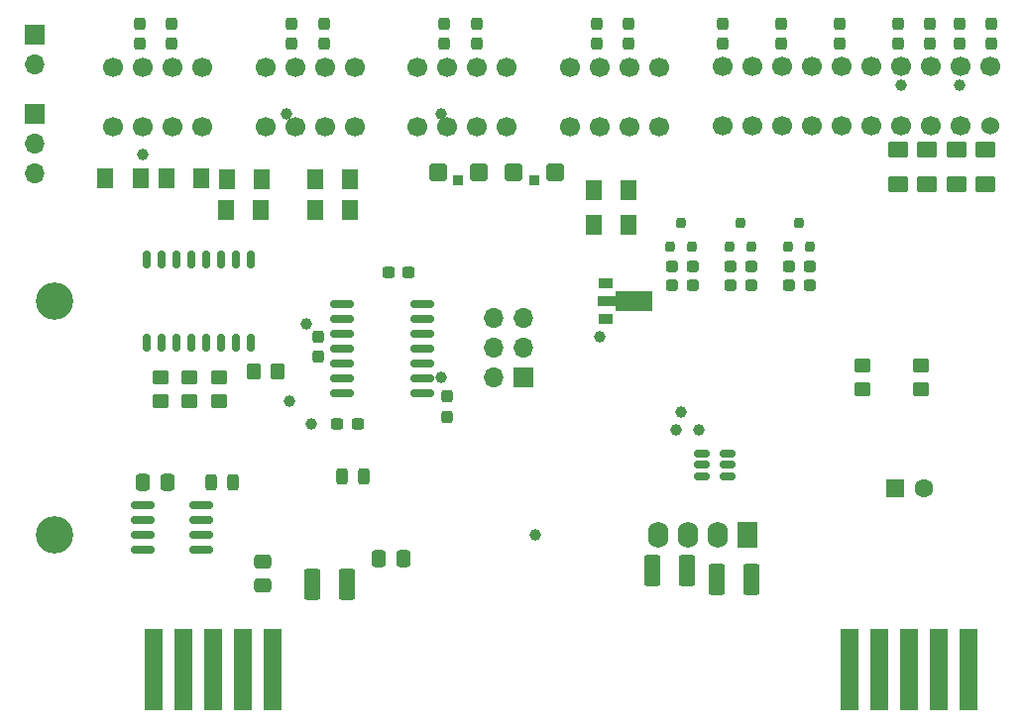
<source format=gbr>
%TF.GenerationSoftware,KiCad,Pcbnew,7.0.9*%
%TF.CreationDate,2024-06-20T13:45:24+03:00*%
%TF.ProjectId,_____ _______ _______ __________,1f3b3042-3020-4323-9d35-483d38452048,rev?*%
%TF.SameCoordinates,Original*%
%TF.FileFunction,Soldermask,Bot*%
%TF.FilePolarity,Negative*%
%FSLAX46Y46*%
G04 Gerber Fmt 4.6, Leading zero omitted, Abs format (unit mm)*
G04 Created by KiCad (PCBNEW 7.0.9) date 2024-06-20 13:45:24*
%MOMM*%
%LPD*%
G01*
G04 APERTURE LIST*
G04 Aperture macros list*
%AMRoundRect*
0 Rectangle with rounded corners*
0 $1 Rounding radius*
0 $2 $3 $4 $5 $6 $7 $8 $9 X,Y pos of 4 corners*
0 Add a 4 corners polygon primitive as box body*
4,1,4,$2,$3,$4,$5,$6,$7,$8,$9,$2,$3,0*
0 Add four circle primitives for the rounded corners*
1,1,$1+$1,$2,$3*
1,1,$1+$1,$4,$5*
1,1,$1+$1,$6,$7*
1,1,$1+$1,$8,$9*
0 Add four rect primitives between the rounded corners*
20,1,$1+$1,$2,$3,$4,$5,0*
20,1,$1+$1,$4,$5,$6,$7,0*
20,1,$1+$1,$6,$7,$8,$9,0*
20,1,$1+$1,$8,$9,$2,$3,0*%
%AMFreePoly0*
4,1,9,3.862500,-0.866500,0.737500,-0.866500,0.737500,-0.450000,-0.737500,-0.450000,-0.737500,0.450000,0.737500,0.450000,0.737500,0.866500,3.862500,0.866500,3.862500,-0.866500,3.862500,-0.866500,$1*%
G04 Aperture macros list end*
%ADD10R,1.700000X1.700000*%
%ADD11O,1.700000X1.700000*%
%ADD12R,1.750000X2.250000*%
%ADD13O,1.750000X2.250000*%
%ADD14C,1.700000*%
%ADD15R,1.600000X1.600000*%
%ADD16C,1.600000*%
%ADD17C,3.200000*%
%ADD18C,1.524000*%
%ADD19R,1.524000X7.000000*%
%ADD20RoundRect,0.237500X-0.237500X0.300000X-0.237500X-0.300000X0.237500X-0.300000X0.237500X0.300000X0*%
%ADD21RoundRect,0.237500X-0.300000X-0.237500X0.300000X-0.237500X0.300000X0.237500X-0.300000X0.237500X0*%
%ADD22RoundRect,0.237500X0.287500X0.237500X-0.287500X0.237500X-0.287500X-0.237500X0.287500X-0.237500X0*%
%ADD23RoundRect,0.250001X-0.462499X-1.074999X0.462499X-1.074999X0.462499X1.074999X-0.462499X1.074999X0*%
%ADD24C,1.000000*%
%ADD25RoundRect,0.250001X0.462499X0.624999X-0.462499X0.624999X-0.462499X-0.624999X0.462499X-0.624999X0*%
%ADD26RoundRect,0.237500X0.237500X-0.300000X0.237500X0.300000X-0.237500X0.300000X-0.237500X-0.300000X0*%
%ADD27R,1.300000X0.900000*%
%ADD28FreePoly0,0.000000*%
%ADD29RoundRect,0.250000X0.337500X0.475000X-0.337500X0.475000X-0.337500X-0.475000X0.337500X-0.475000X0*%
%ADD30RoundRect,0.200000X0.200000X-0.250000X0.200000X0.250000X-0.200000X0.250000X-0.200000X-0.250000X0*%
%ADD31RoundRect,0.250001X0.624999X-0.462499X0.624999X0.462499X-0.624999X0.462499X-0.624999X-0.462499X0*%
%ADD32RoundRect,0.250001X0.462499X1.074999X-0.462499X1.074999X-0.462499X-1.074999X0.462499X-1.074999X0*%
%ADD33RoundRect,0.243750X0.243750X0.456250X-0.243750X0.456250X-0.243750X-0.456250X0.243750X-0.456250X0*%
%ADD34RoundRect,0.150000X0.512500X0.150000X-0.512500X0.150000X-0.512500X-0.150000X0.512500X-0.150000X0*%
%ADD35RoundRect,0.237500X-0.287500X-0.237500X0.287500X-0.237500X0.287500X0.237500X-0.287500X0.237500X0*%
%ADD36RoundRect,0.250000X0.500000X0.500000X-0.500000X0.500000X-0.500000X-0.500000X0.500000X-0.500000X0*%
%ADD37RoundRect,0.225000X0.225000X0.225000X-0.225000X0.225000X-0.225000X-0.225000X0.225000X-0.225000X0*%
%ADD38RoundRect,0.250000X-0.450000X0.350000X-0.450000X-0.350000X0.450000X-0.350000X0.450000X0.350000X0*%
%ADD39RoundRect,0.150000X-0.837500X-0.150000X0.837500X-0.150000X0.837500X0.150000X-0.837500X0.150000X0*%
%ADD40RoundRect,0.250001X-0.462499X-0.624999X0.462499X-0.624999X0.462499X0.624999X-0.462499X0.624999X0*%
%ADD41RoundRect,0.250000X-0.475000X0.337500X-0.475000X-0.337500X0.475000X-0.337500X0.475000X0.337500X0*%
%ADD42RoundRect,0.250000X-0.350000X-0.450000X0.350000X-0.450000X0.350000X0.450000X-0.350000X0.450000X0*%
%ADD43RoundRect,0.150000X-0.150000X0.600000X-0.150000X-0.600000X0.150000X-0.600000X0.150000X0.600000X0*%
%ADD44RoundRect,0.250001X-0.624999X0.462499X-0.624999X-0.462499X0.624999X-0.462499X0.624999X0.462499X0*%
%ADD45RoundRect,0.150000X0.825000X0.150000X-0.825000X0.150000X-0.825000X-0.150000X0.825000X-0.150000X0*%
G04 APERTURE END LIST*
D10*
%TO.C,J7*%
X91250000Y-79000000D03*
D11*
X91250000Y-81540000D03*
X91250000Y-84080000D03*
%TD*%
D12*
%TO.C,U5*%
X152120000Y-115000000D03*
D13*
X149580000Y-115000000D03*
X147040000Y-115000000D03*
X144500000Y-115000000D03*
%TD*%
D14*
%TO.C,J3*%
X105620000Y-75000000D03*
X105620000Y-80080000D03*
X103080000Y-75000000D03*
X103080000Y-80080000D03*
X100540000Y-75000000D03*
X100540000Y-80080000D03*
X98000000Y-75000000D03*
X98000000Y-80080000D03*
%TD*%
D15*
%TO.C,C14*%
X164750000Y-111000000D03*
D16*
X167250000Y-111000000D03*
%TD*%
D17*
%TO.C,H2*%
X93000000Y-115000000D03*
%TD*%
D14*
%TO.C,J5*%
X131620000Y-75000000D03*
X131620000Y-80080000D03*
X129080000Y-75000000D03*
X129080000Y-80080000D03*
X126540000Y-75000000D03*
X126540000Y-80080000D03*
X124000000Y-75000000D03*
X124000000Y-80080000D03*
%TD*%
%TO.C,J2*%
X172860000Y-74920000D03*
D18*
X172860000Y-80000000D03*
D14*
X170320000Y-74920000D03*
X170320000Y-80000000D03*
X167780000Y-74920000D03*
X167780000Y-80000000D03*
X165240000Y-74920000D03*
X165240000Y-80000000D03*
X162700000Y-74920000D03*
X162700000Y-80000000D03*
X160160000Y-74920000D03*
X160160000Y-80000000D03*
X157620000Y-74920000D03*
X157620000Y-80000000D03*
X155080000Y-74920000D03*
X155080000Y-80000000D03*
X152540000Y-74920000D03*
X152540000Y-80000000D03*
X150000000Y-74920000D03*
X150000000Y-80000000D03*
%TD*%
%TO.C,J4*%
X118620000Y-75000000D03*
X118620000Y-80080000D03*
X116080000Y-75000000D03*
X116080000Y-80080000D03*
X113540000Y-75000000D03*
X113540000Y-80080000D03*
X111000000Y-75000000D03*
X111000000Y-80080000D03*
%TD*%
D10*
%TO.C,J8*%
X91250000Y-72250000D03*
D11*
X91250000Y-74790000D03*
%TD*%
D17*
%TO.C,H1*%
X93000000Y-95000000D03*
%TD*%
D19*
%TO.C,RS1*%
X101460000Y-126500000D03*
X104000000Y-126500000D03*
X106540000Y-126500000D03*
X109080000Y-126500000D03*
X111620000Y-126500000D03*
X111620000Y-126500000D03*
X109080000Y-126500000D03*
X106540000Y-126500000D03*
X104000000Y-126500000D03*
X101460000Y-126500000D03*
%TD*%
%TO.C,RS2*%
X160840000Y-126500000D03*
X163380000Y-126500000D03*
X165920000Y-126500000D03*
X168460000Y-126500000D03*
X171000000Y-126500000D03*
X171000000Y-126500000D03*
X168460000Y-126500000D03*
X165920000Y-126500000D03*
X163380000Y-126500000D03*
X160840000Y-126500000D03*
%TD*%
D10*
%TO.C,J1*%
X133000000Y-101540000D03*
D11*
X130460000Y-101540000D03*
X133000000Y-99000000D03*
X130460000Y-99000000D03*
X133000000Y-96460000D03*
X130460000Y-96460000D03*
%TD*%
D14*
%TO.C,J6*%
X144620000Y-75000000D03*
X144620000Y-80080000D03*
X142080000Y-75000000D03*
X142080000Y-80080000D03*
X139540000Y-75000000D03*
X139540000Y-80080000D03*
X137000000Y-75000000D03*
X137000000Y-80080000D03*
%TD*%
D20*
%TO.C,C28*%
X115500000Y-98000000D03*
X115500000Y-99725000D03*
%TD*%
D21*
%TO.C,C30*%
X121500000Y-92500000D03*
X123225000Y-92500000D03*
%TD*%
D22*
%TO.C,R10*%
X147500000Y-93600000D03*
X145750000Y-93600000D03*
%TD*%
D21*
%TO.C,C26*%
X117137500Y-105500000D03*
X118862500Y-105500000D03*
%TD*%
D23*
%TO.C,C10*%
X144000000Y-118000000D03*
X146975000Y-118000000D03*
%TD*%
D24*
%TO.C,TP3*%
X139500000Y-98000000D03*
%TD*%
D25*
%TO.C,R32*%
X141987500Y-85500000D03*
X139012500Y-85500000D03*
%TD*%
D26*
%TO.C,C29*%
X116000000Y-73000000D03*
X116000000Y-71275000D03*
%TD*%
D24*
%TO.C,TP16*%
X126000000Y-79000000D03*
%TD*%
D26*
%TO.C,C33*%
X129000000Y-73000000D03*
X129000000Y-71275000D03*
%TD*%
D27*
%TO.C,U6*%
X140050000Y-96500000D03*
D28*
X140137500Y-95000000D03*
D27*
X140050000Y-93500000D03*
%TD*%
D24*
%TO.C,TP22*%
X134000000Y-115000000D03*
%TD*%
D29*
%TO.C,C1*%
X102612500Y-110500000D03*
X100537500Y-110500000D03*
%TD*%
D26*
%TO.C,C25*%
X103000000Y-73000000D03*
X103000000Y-71275000D03*
%TD*%
D30*
%TO.C,Q3*%
X157500000Y-90300000D03*
X155600000Y-90300000D03*
X156550000Y-88300000D03*
%TD*%
D25*
%TO.C,R30*%
X118175000Y-87200000D03*
X115200000Y-87200000D03*
%TD*%
D24*
%TO.C,TP7*%
X100500000Y-82500000D03*
%TD*%
D29*
%TO.C,C9*%
X122737500Y-117000000D03*
X120662500Y-117000000D03*
%TD*%
D25*
%TO.C,R24*%
X100300000Y-84500000D03*
X97325000Y-84500000D03*
%TD*%
D31*
%TO.C,R42*%
X170000000Y-84975000D03*
X170000000Y-82000000D03*
%TD*%
D24*
%TO.C,TP13*%
X112800000Y-79000000D03*
%TD*%
D26*
%TO.C,C36*%
X139250000Y-73000000D03*
X139250000Y-71275000D03*
%TD*%
D31*
%TO.C,R40*%
X167500000Y-85000000D03*
X167500000Y-82025000D03*
%TD*%
D32*
%TO.C,C13*%
X152500000Y-118800000D03*
X149525000Y-118800000D03*
%TD*%
D26*
%TO.C,C20*%
X165000000Y-73000000D03*
X165000000Y-71275000D03*
%TD*%
D30*
%TO.C,Q2*%
X152500000Y-90300000D03*
X150600000Y-90300000D03*
X151550000Y-88300000D03*
%TD*%
D26*
%TO.C,C16*%
X155000000Y-73000000D03*
X155000000Y-71275000D03*
%TD*%
D33*
%TO.C,R2*%
X108250000Y-110500000D03*
X106375000Y-110500000D03*
%TD*%
D34*
%TO.C,U8*%
X150500000Y-108050000D03*
X150500000Y-109000000D03*
X150500000Y-109950000D03*
X148225000Y-109950000D03*
X148225000Y-109000000D03*
X148225000Y-108050000D03*
%TD*%
D31*
%TO.C,R39*%
X165000000Y-84975000D03*
X165000000Y-82000000D03*
%TD*%
D25*
%TO.C,R33*%
X141975000Y-88500000D03*
X139000000Y-88500000D03*
%TD*%
D22*
%TO.C,R21*%
X157500000Y-93600000D03*
X155750000Y-93600000D03*
%TD*%
D25*
%TO.C,R23*%
X105475000Y-84500000D03*
X102500000Y-84500000D03*
%TD*%
D26*
%TO.C,C15*%
X150000000Y-73000000D03*
X150000000Y-71275000D03*
%TD*%
D35*
%TO.C,R22*%
X155750000Y-92000000D03*
X157500000Y-92000000D03*
%TD*%
D36*
%TO.C,D1*%
X135699293Y-84000000D03*
X132199293Y-84000000D03*
D37*
X133949293Y-84650000D03*
%TD*%
D26*
%TO.C,C40*%
X167750000Y-73000000D03*
X167750000Y-71275000D03*
%TD*%
D24*
%TO.C,TP8*%
X146500000Y-104500000D03*
%TD*%
D23*
%TO.C,C2*%
X115012500Y-119200000D03*
X117987500Y-119200000D03*
%TD*%
D38*
%TO.C,R44*%
X167000000Y-100500000D03*
X167000000Y-102500000D03*
%TD*%
D24*
%TO.C,TP1*%
X114900000Y-105500000D03*
%TD*%
D26*
%TO.C,C17*%
X160000000Y-73000000D03*
X160000000Y-71275000D03*
%TD*%
D39*
%TO.C,U7*%
X117497500Y-102847500D03*
X117497500Y-101577500D03*
X117497500Y-100307500D03*
X117497500Y-99037500D03*
X117497500Y-97767500D03*
X117497500Y-96497500D03*
X117497500Y-95227500D03*
X124422500Y-95227500D03*
X124422500Y-96497500D03*
X124422500Y-97767500D03*
X124422500Y-99037500D03*
X124422500Y-100307500D03*
X124422500Y-101577500D03*
X124422500Y-102847500D03*
%TD*%
D26*
%TO.C,C31*%
X113250000Y-73000000D03*
X113250000Y-71275000D03*
%TD*%
D40*
%TO.C,R26*%
X107712500Y-84600000D03*
X110687500Y-84600000D03*
%TD*%
D24*
%TO.C,TP11*%
X113000000Y-103500000D03*
%TD*%
D41*
%TO.C,C8*%
X110750000Y-117250000D03*
X110750000Y-119325000D03*
%TD*%
D40*
%TO.C,R29*%
X115200000Y-84600000D03*
X118175000Y-84600000D03*
%TD*%
D24*
%TO.C,TP20*%
X170250000Y-76500000D03*
%TD*%
D26*
%TO.C,C21*%
X170250000Y-73000000D03*
X170250000Y-71275000D03*
%TD*%
%TO.C,C41*%
X173000000Y-73000000D03*
X173000000Y-71275000D03*
%TD*%
%TO.C,C35*%
X142000000Y-73000000D03*
X142000000Y-71275000D03*
%TD*%
D35*
%TO.C,R11*%
X145750000Y-92000000D03*
X147500000Y-92000000D03*
%TD*%
D24*
%TO.C,TP10*%
X146100000Y-106000000D03*
%TD*%
D38*
%TO.C,R25*%
X102000000Y-101500000D03*
X102000000Y-103500000D03*
%TD*%
D22*
%TO.C,R13*%
X152500000Y-93600000D03*
X150750000Y-93600000D03*
%TD*%
D42*
%TO.C,R34*%
X110000000Y-101000000D03*
X112000000Y-101000000D03*
%TD*%
D30*
%TO.C,Q1*%
X147450000Y-90300000D03*
X145550000Y-90300000D03*
X146500000Y-88300000D03*
%TD*%
D35*
%TO.C,R14*%
X150750000Y-92000000D03*
X152500000Y-92000000D03*
%TD*%
D24*
%TO.C,TP5*%
X114500000Y-96900000D03*
%TD*%
D36*
%TO.C,D2*%
X129200000Y-84000000D03*
X125700000Y-84000000D03*
D37*
X127450000Y-84650000D03*
%TD*%
D20*
%TO.C,C32*%
X126500000Y-103137500D03*
X126500000Y-104862500D03*
%TD*%
D38*
%TO.C,R31*%
X107000000Y-101500000D03*
X107000000Y-103500000D03*
%TD*%
D26*
%TO.C,C27*%
X100250000Y-73000000D03*
X100250000Y-71275000D03*
%TD*%
D24*
%TO.C,TP21*%
X165250000Y-76500000D03*
%TD*%
D43*
%TO.C,OC1*%
X100805000Y-91450000D03*
X102075000Y-91450000D03*
X103345000Y-91450000D03*
X104615000Y-91450000D03*
X105885000Y-91450000D03*
X107155000Y-91450000D03*
X108425000Y-91450000D03*
X109695000Y-91450000D03*
X109695000Y-98550000D03*
X108425000Y-98550000D03*
X107155000Y-98550000D03*
X105885000Y-98550000D03*
X104615000Y-98550000D03*
X103345000Y-98550000D03*
X102075000Y-98550000D03*
X100805000Y-98550000D03*
%TD*%
D44*
%TO.C,R41*%
X172500000Y-82000000D03*
X172500000Y-84975000D03*
%TD*%
D38*
%TO.C,R45*%
X162000000Y-100500000D03*
X162000000Y-102500000D03*
%TD*%
D24*
%TO.C,TP9*%
X148000000Y-106000000D03*
%TD*%
D25*
%TO.C,R27*%
X110575000Y-87200000D03*
X107600000Y-87200000D03*
%TD*%
D33*
%TO.C,R4*%
X119375000Y-110000000D03*
X117500000Y-110000000D03*
%TD*%
D26*
%TO.C,C34*%
X126250000Y-73000000D03*
X126250000Y-71275000D03*
%TD*%
D24*
%TO.C,TP14*%
X126000000Y-101500000D03*
%TD*%
D45*
%TO.C,U1*%
X105475000Y-112460000D03*
X105475000Y-113730000D03*
X105475000Y-115000000D03*
X105475000Y-116270000D03*
X100525000Y-116270000D03*
X100525000Y-115000000D03*
X100525000Y-113730000D03*
X100525000Y-112460000D03*
%TD*%
D38*
%TO.C,R28*%
X104500000Y-101500000D03*
X104500000Y-103500000D03*
%TD*%
M02*

</source>
